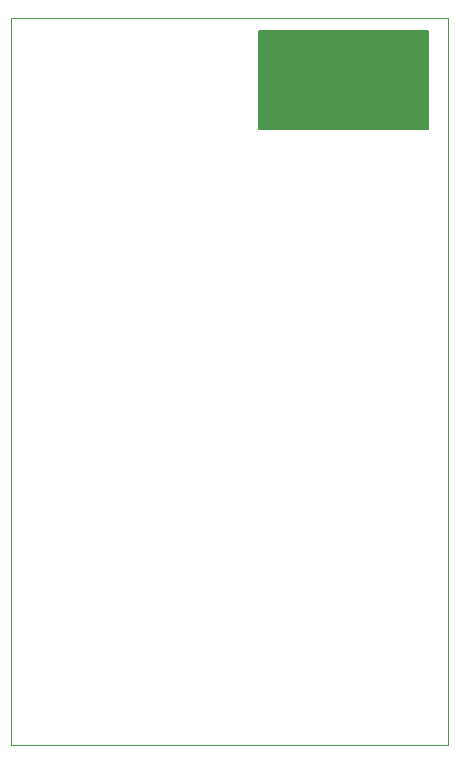
<source format=gbr>
%TF.GenerationSoftware,KiCad,Pcbnew,8.0.2*%
%TF.CreationDate,2024-05-11T22:57:43+02:00*%
%TF.ProjectId,ROBOGT,524f424f-4754-42e6-9b69-6361645f7063,rev?*%
%TF.SameCoordinates,Original*%
%TF.FileFunction,Profile,NP*%
%FSLAX46Y46*%
G04 Gerber Fmt 4.6, Leading zero omitted, Abs format (unit mm)*
G04 Created by KiCad (PCBNEW 8.0.2) date 2024-05-11 22:57:43*
%MOMM*%
%LPD*%
G01*
G04 APERTURE LIST*
%TA.AperFunction,Profile*%
%ADD10C,0.050000*%
%TD*%
G04 APERTURE END LIST*
D10*
X237000000Y-81500000D02*
X274000000Y-81500000D01*
X237000000Y-143000000D02*
X237000000Y-81500000D01*
X274000000Y-143000000D02*
X237000000Y-143000000D01*
X274000000Y-81500000D02*
X274000000Y-143000000D01*
G36*
X272318039Y-82519685D02*
G01*
X272363794Y-82572489D01*
X272375000Y-82624000D01*
X272375000Y-90876000D01*
X272355315Y-90943039D01*
X272302511Y-90988794D01*
X272251000Y-91000000D01*
X257999000Y-91000000D01*
X257931961Y-90980315D01*
X257886206Y-90927511D01*
X257875000Y-90876000D01*
X257875000Y-82624000D01*
X257894685Y-82556961D01*
X257947489Y-82511206D01*
X257999000Y-82500000D01*
X272251000Y-82500000D01*
X272318039Y-82519685D01*
G37*
M02*

</source>
